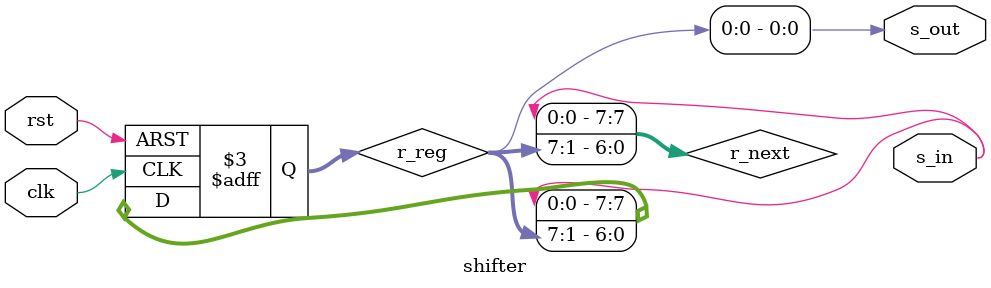
<source format=v>
module shifter
#(parameter N = 8)
(
    input wire clk,rst,
    output wire s_in,
    output wire s_out
);

reg [N-1:0] r_reg;
wire [N-1:0] r_next;

always @(posedge clk, negedge rst)
begin
    if(~rst)
        r_reg <= 0;
    else
        r_reg <= r_next;
end

assign r_next = {s_in, r_reg[N-1:1]};
assign s_out = r_reg[0];

endmodule
</source>
